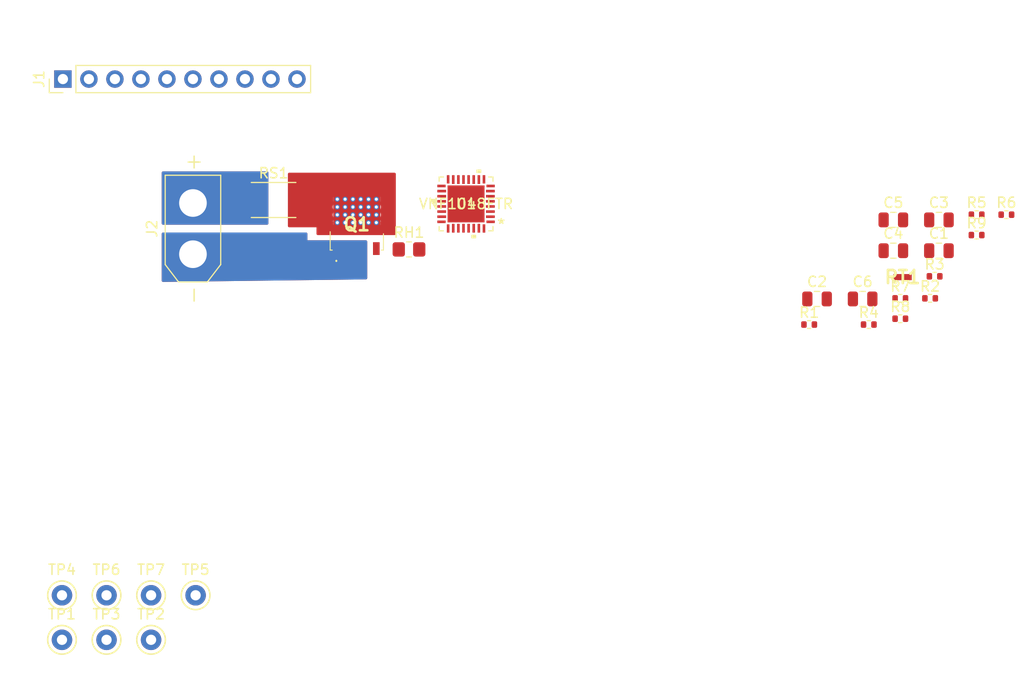
<source format=kicad_pcb>
(kicad_pcb (version 20211014) (generator pcbnew)
  (layers (0 "F.Cu" signal) (31 "B.Cu" signal) (34 "B.Paste" user) (35 "F.Paste" user) (36 "B.SilkS" user "B.Silkscreen") (37 "F.SilkS" user "F.Silkscreen") (38 "B.Mask" user) (39 "F.Mask" user) (44 "Edge.Cuts" user))
  (net 0 "")
  (net 1 "+3.3V")
  (net 2 "Net-(C1-Pad2)")
  (net 3 "+12V")
  (net 4 "Net-(C2-Pad2)")
  (net 5 "Net-(C3-Pad1)")
  (net 6 "Net-(C3-Pad2)")
  (net 7 "Net-(C4-Pad1)")
  (net 8 "Net-(C4-Pad2)")
  (net 9 "GND")
  (net 10 "/VNF1048FTR/MOS_GATE")
  (net 11 "/VNF1048FTR/MOS_IN")
  (net 12 "Net-(R1-Pad1)")
  (net 13 "/VNF1048FTR/DIAG")
  (net 14 "/VNF1048FTR/CSN")
  (net 15 "/VNF1048FTR/SDI")
  (net 16 "/VNF1048FTR/SDO")
  (net 17 "/VNF1048FTR/SCK")
  (net 18 "Net-(R7-Pad1)")
  (net 19 "/VNF1048FTR/HWLO")
  (net 20 "Net-(R8-Pad1)")
  (net 21 "Net-(R8-Pad2)")
  (net 35 "MOS_OUTPUT12V")
  (net 36 "Net-(R9-Pad2)")
  (footprint "TestPoint:TestPoint_Keystone_5000-5004_Miniature" (layer "F.Cu") (at 79.7626 71.2404)
    (fp_text reference "TP5" (at 0 -2.5) (layer "F.SilkS"))
    (fp_text value "TestPoint_Small")
    (fp_circle (center 0 0) (end 1.4 0) (layer "F.SilkS") (width 0.15) (fill none))
    (pad "1" thru_hole circle (at 0 0) (size 2 2) (drill 1) (layers *.Cu *.Mask) (net 15 "/VNF1048FTR/SDI"))
  )
  (footprint "PDM_Additional:QFN32L_5x5_STM" (layer "F.Cu") (at 106.172 33.02 180)
    (fp_text reference "U1" (at 0 0) (layer "F.SilkS"))
    (fp_text value "VNF1048FTR" (at 0 0) (layer "F.SilkS"))
    (fp_text user "*" (at -3.4417 -2) (layer "F.SilkS"))
    (fp_text user "*" (at -3.4417 -2) (layer "F.SilkS"))
    (fp_line (start -2.6289 2.209739) (end -2.6289 2.6289) (layer "F.SilkS") (width 0.12))
    (fp_line (start 2.6289 2.6289) (end 2.6289 2.209739) (layer "F.SilkS") (width 0.12))
    (fp_line (start 2.209739 2.6289) (end 2.6289 2.6289) (layer "F.SilkS") (width 0.12))
    (fp_line (start 2.6289 -2.6289) (end 2.209739 -2.6289) (layer "F.SilkS") (width 0.12))
    (fp_line (start -2.6289 -2.6289) (end -2.6289 -2.209739) (layer "F.SilkS") (width 0.12))
    (fp_line (start -2.6289 2.6289) (end -2.209739 2.6289) (layer "F.SilkS") (width 0.12))
    (fp_line (start 2.6289 -2.209739) (end 2.6289 -2.6289) (layer "F.SilkS") (width 0.12))
    (fp_line (start -2.209739 -2.6289) (end -2.6289 -2.6289) (layer "F.SilkS") (width 0.12))
    (fp_poly (pts (xy -0.940501 -3.0607) (xy -0.940501 -3.3147) (xy -0.559501 -3.3147) (xy -0.559501 -3.0607)) (layer "F.SilkS") (width 0.1) (fill solid))
    (fp_poly (pts (xy 3.3147 0.059499) (xy 3.3147 0.4405) (xy 3.0607 0.4405) (xy 3.0607 0.059499)) (layer "F.SilkS") (width 0.1) (fill solid))
    (fp_poly (pts (xy -1.4405 3.0607) (xy -1.4405 3.3147) (xy -1.0595 3.3147) (xy -1.0595 3.0607)) (layer "F.SilkS") (width 0.1) (fill solid))
    (pad "1" smd rect (at -2.4003 -1.749999 270) (size 0.254 0.8128) (layers "F.Cu" "F.Paste" "F.Mask") (net 1 "+3.3V"))
    (pad "2" smd rect (at -2.3749 -1.25 270) (size 0.254 0.8636) (layers "F.Cu" "F.Paste" "F.Mask") (net 14 "/VNF1048FTR/CSN"))
    (pad "3" smd rect (at -2.3749 -0.750001 270) (size 0.254 0.8636) (layers "F.Cu" "F.Paste" "F.Mask") (net 15 "/VNF1048FTR/SDI"))
    (pad "4" smd rect (at -2.3749 -0.25 270) (size 0.254 0.8636) (layers "F.Cu" "F.Paste" "F.Mask") (net 16 "/VNF1048FTR/SDO"))
    (pad "5" smd rect (at -2.3749 0.25 270) (size 0.254 0.8636) (layers "F.Cu" "F.Paste" "F.Mask") (net 17 "/VNF1048FTR/SCK"))
    (pad "6" smd rect (at -2.3749 0.750001 270) (size 0.254 0.8636) (layers "F.Cu" "F.Paste" "F.Mask") (net 12 "Net-(R1-Pad1)"))
    (pad "7" smd rect (at -2.3749 1.25 270) (size 0.254 0.8636) (layers "F.Cu" "F.Paste" "F.Mask") (net 9 "GND"))
    (pad "8" smd rect (at -2.4003 1.749999 270) (size 0.254 0.8128) (layers "F.Cu" "F.Paste" "F.Mask") (net 9 "GND"))
    (pad "9" smd rect (at -1.749999 2.4003 180) (size 0.254 0.8128) (layers "F.Cu" "F.Paste" "F.Mask"))
    (pad "10" smd rect (at -1.25 2.3749 180) (size 0.254 0.8636) (layers "F.Cu" "F.Paste" "F.Mask") (net 18 "Net-(R7-Pad1)"))
    (pad "11" smd rect (at -0.750001 2.3749 180) (size 0.254 0.8636) (layers "F.Cu" "F.Paste" "F.Mask"))
    (pad "12" smd rect (at -0.25 2.3749 180) (size 0.254 0.8636) (layers "F.Cu" "F.Paste" "F.Mask") (net 2 "Net-(C1-Pad2)"))
    (pad "13" smd rect (at 0.25 2.3749 180) (size 0.254 0.8636) (layers "F.Cu" "F.Paste" "F.Mask") (net 9 "GND"))
    (pad "14" smd rect (at 0.750001 2.3749 180) (size 0.254 0.8636) (layers "F.Cu" "F.Paste" "F.Mask"))
    (pad "15" smd rect (at 1.25 2.3749 180) (size 0.254 0.8636) (layers "F.Cu" "F.Paste" "F.Mask"))
    (pad "16" smd rect (at 1.749999 2.4003 180) (size 0.254 0.8128) (layers "F.Cu" "F.Paste" "F.Mask"))
    (pad "17" smd rect (at 2.4003 1.749999 270) (size 0.254 0.8128) (layers "F.Cu" "F.Paste" "F.Mask"))
    (pad "18" smd rect (at 2.3749 1.25 270) (size 0.254 0.8636) (layers "F.Cu" "F.Paste" "F.Mask") (net 21 "Net-(R8-Pad2)"))
    (pad "19" smd rect (at 2.3749 0.750001 270) (size 0.254 0.8636) (layers "F.Cu" "F.Paste" "F.Mask") (net 20 "Net-(R8-Pad1)"))
    (pad "20" smd rect (at 2.3749 0.25 270) (size 0.254 0.8636) (layers "F.Cu" "F.Paste" "F.Mask") (net 11 "/VNF1048FTR/MOS_IN"))
    (pad "21" smd rect (at 2.3749 -0.25 270) (size 0.254 0.8636) (layers "F.Cu" "F.Paste" "F.Mask") (net 3 "+12V"))
    (pad "22" smd rect (at 2.3749 -0.750001 270) (size 0.254 0.8636) (layers "F.Cu" "F.Paste" "F.Mask"))
    (pad "23" smd rect (at 2.3749 -1.25 270) (size 0.254 0.8636) (layers "F.Cu" "F.Paste" "F.Mask") (net 35 "MOS_OUTPUT12V"))
    (pad "24" smd rect (at 2.4003 -1.749999 270) (size 0.254 0.8128) (layers "F.Cu" "F.Paste" "F.Mask") (net 36 "Net-(R9-Pad2)"))
    (pad "25" smd rect (at 1.749999 -2.4003 180) (size 0.254 0.8128) (layers "F.Cu" "F.Paste" "F.Mask") (net 3 "+12V"))
    (pad "26" smd rect (at 1.25 -2.3749 180) (size 0.254 0.8636) (layers "F.Cu" "F.Paste" "F.Mask"))
    (pad "27" smd rect (at 0.750001 -2.3749 180) (size 0.254 0.8636) (layers "F.Cu" "F.Paste" "F.Mask") (net 4 "Net-(C2-Pad2)"))
    (pad "28" smd rect (at 0.25 -2.3749 180) (size 0.254 0.8636) (layers "F.Cu" "F.Paste" "F.Mask") (net 8 "Net-(C4-Pad2)"))
    (pad "29" smd rect (at -0.25 -2.3749 180) (size 0.254 0.8636) (layers "F.Cu" "F.Paste" "F.Mask") (net 7 "Net-(C4-Pad1)"))
    (pad "30" smd rect (at -0.750001 -2.3749 180) (size 0.254 0.8636) (layers "F.Cu" "F.Paste" "F.Mask") (net 6 "Net-(C3-Pad2)"))
    (pad "31" smd rect (at -1.25 -2.3749 180) (size 0.254 0.8636) (layers "F.Cu" "F.Paste" "F.Mask") (net 5 "Net-(C3-Pad1)"))
    (pad "32" smd rect (at -1.749999 -2.4003 180) (size 0.254 0.8128) (layers "F.Cu" "F.Paste" "F.Mask"))
    (pad "33" smd rect (at 0 0 180) (size 3.6068 3.6068) (layers "F.Cu" "F.Mask"))
  )
  (footprint "TestPoint:TestPoint_Keystone_5000-5004_Miniature" (layer "F.Cu") (at 71.0626 75.5904)
    (fp_text reference "TP3" (at 0 -2.5) (layer "F.SilkS"))
    (fp_text value "TestPoint_Small")
    (fp_circle (center 0 0) (end 1.4 0) (layer "F.SilkS") (width 0.15) (fill none))
    (pad "1" thru_hole circle (at 0 0) (size 2 2) (drill 1) (layers *.Cu *.Mask) (net 17 "/VNF1048FTR/SCK"))
  )
  (footprint "Capacitor_SMD:C_0805_2012Metric" (layer "F.Cu") (at 144.8992 42.302)
    (fp_text reference "C6" (at 0 -1.68) (layer "F.SilkS"))
    (fp_text value "100nF")
    (fp_line (start -0.261252 0.735) (end 0.261252 0.735) (layer "F.SilkS") (width 0.12))
    (fp_line (start -0.261252 -0.735) (end 0.261252 -0.735) (layer "F.SilkS") (width 0.12))
    (pad "1" smd roundrect (at -0.95 0) (size 1 1.45) (layers "F.Cu" "F.Paste" "F.Mask") (net 3 "+12V"))
    (pad "2" smd roundrect (at 0.95 0) (size 1 1.45) (layers "F.Cu" "F.Paste" "F.Mask") (net 9 "GND"))
  )
  (footprint "TestPoint:TestPoint_Keystone_5000-5004_Miniature" (layer "F.Cu") (at 66.7126 75.5904)
    (fp_text reference "TP1" (at 0 -2.5) (layer "F.SilkS"))
    (fp_text value "TestPoint_Small")
    (fp_circle (center 0 0) (end 1.4 0) (layer "F.SilkS") (width 0.15) (fill none))
    (pad "1" thru_hole circle (at 0 0) (size 2 2) (drill 1) (layers *.Cu *.Mask))
  )
  (footprint "PDM_Additional:STL135N8F7AG" (layer "F.Cu") (at 95.504 34.534)
    (fp_text reference "Q1" (at 0 0.487) (layer "F.SilkS") (effects (font (size 1.27 1.27) (thickness 0.254))))
    (fp_text value "STL135N8F7AG" hide)
    (fp_line (start 2.6 1.4) (end 2.6 3) (layer "F.SilkS") (width 0.1))
    (fp_line (start -2 4.1) (end -2 4.1) (layer "F.SilkS") (width 0.1))
    (fp_line (start -2.6 3) (end -2.4 3) (layer "F.SilkS") (width 0.1))
    (fp_line (start 2.6 3) (end 2.4 3) (layer "F.SilkS") (width 0.1))
    (fp_line (start -2.6 1.2) (end -2.6 3) (layer "F.SilkS") (width 0.1))
    (fp_line (start -2 4) (end -2 4) (layer "F.SilkS") (width 0.1))
    (fp_arc (start -2 4) (mid -1.95 4.05) (end -2 4.1) (layer "F.SilkS") (width 0.1))
    (fp_arc (start -2 4.1) (mid -2.05 4.05) (end -2 4) (layer "F.SilkS") (width 0.1))
    (pad "1" smd rect (at -1.905 2.85) (size 0.65 1.25) (layers "F.Cu" "F.Paste" "F.Mask") (net 35 "MOS_OUTPUT12V"))
    (pad "2" smd rect (at -0.635 2.85) (size 0.65 1.25) (layers "F.Cu" "F.Paste" "F.Mask") (net 35 "MOS_OUTPUT12V"))
    (pad "3" smd rect (at 0.635 2.85) (size 0.65 1.25) (layers "F.Cu" "F.Paste" "F.Mask") (net 35 "MOS_OUTPUT12V"))
    (pad "4" smd rect (at 1.905 2.85) (size 0.65 1.25) (layers "F.Cu" "F.Paste" "F.Mask") (net 10 "/VNF1048FTR/MOS_GATE"))
    (pad "5" smd rect (at 1.905 -2.85 90) (size 0.55 0.725) (layers "F.Cu" "F.Paste" "F.Mask") (net 11 "/VNF1048FTR/MOS_IN"))
    (pad "6" smd rect (at 0.635 -2.85 90) (size 0.55 0.725) (layers "F.Cu" "F.Paste" "F.Mask") (net 11 "/VNF1048FTR/MOS_IN"))
    (pad "7" smd rect (at -0.635 -2.85 90) (size 0.55 0.725) (layers "F.Cu" "F.Paste" "F.Mask") (net 11 "/VNF1048FTR/MOS_IN"))
    (pad "8" smd rect (at -1.905 -2.85 90) (size 0.55 0.725) (layers "F.Cu" "F.Paste" "F.Mask") (net 11 "/VNF1048FTR/MOS_IN"))
    (pad "9" smd rect (at 0 -0.625 90) (size 3.9 4.6) (layers "F.Cu" "F.Paste" "F.Mask") (net 11 "/VNF1048FTR/MOS_IN"))
    (pad "10" smd rect (at 2.5 -1.85) (size 0.4 0.8) (layers "F.Cu" "F.Paste" "F.Mask") (net 11 "/VNF1048FTR/MOS_IN"))
    (pad "11" smd rect (at 2.5 0.6) (size 0.4 0.8) (layers "F.Cu" "F.Paste" "F.Mask") (net 11 "/VNF1048FTR/MOS_IN"))
    (pad "12" smd rect (at -2.5 -1.85) (size 0.4 0.8) (layers "F.Cu" "F.Paste" "F.Mask") (net 11 "/VNF1048FTR/MOS_IN"))
    (pad "13" smd rect (at -2.5 0.6) (size 0.4 0.8) (layers "F.Cu" "F.Paste" "F.Mask") (net 11 "/VNF1048FTR/MOS_IN"))
  )
  (footprint "Resistor_SMD:R_0402_1005Metric" (layer "F.Cu") (at 148.5792 44.232)
    (fp_text reference "R8" (at 0 -1.17) (layer "F.SilkS"))
    (fp_text value "10k")
    (fp_line (start -0.153641 -0.38) (end 0.153641 -0.38) (layer "F.SilkS") (width 0.12))
    (fp_line (start -0.153641 0.38) (end 0.153641 0.38) (layer "F.SilkS") (width 0.12))
    (pad "1" smd roundrect (at -0.51 0) (size 0.54 0.64) (layers "F.Cu" "F.Paste" "F.Mask") (net 20 "Net-(R8-Pad1)"))
    (pad "2" smd roundrect (at 0.51 0) (size 0.54 0.64) (layers "F.Cu" "F.Paste" "F.Mask") (net 21 "Net-(R8-Pad2)"))
  )
  (footprint "TestPoint:TestPoint_Keystone_5000-5004_Miniature" (layer "F.Cu") (at 75.4126 71.2404)
    (fp_text reference "TP7" (at 0 -2.5) (layer "F.SilkS"))
    (fp_text value "TestPoint_Small")
    (fp_circle (center 0 0) (end 1.4 0) (layer "F.SilkS") (width 0.15) (fill none))
    (pad "1" thru_hole circle (at 0 0) (size 2 2) (drill 1) (layers *.Cu *.Mask) (net 18 "Net-(R7-Pad1)"))
  )
  (footprint "PDM_Additional:THRMC1005X60N" (layer "F.Cu") (at 148.7992 40.172)
    (fp_text reference "RT1" (at 0 0) (layer "F.SilkS") (effects (font (size 1.27 1.27) (thickness 0.254))))
    (fp_text value "B57232V5103F360" hide)
    (fp_line (start 0 -0.15) (end 0 0.15) (layer "F.SilkS") (width 0.2))
    (pad "1" smd rect (at -0.5 0 90) (size 0.6 0.8) (layers "F.Cu" "F.Paste" "F.Mask") (net 20 "Net-(R8-Pad1)"))
    (pad "2" smd rect (at 0.5 0 90) (size 0.6 0.8) (layers "F.Cu" "F.Paste" "F.Mask") (net 11 "/VNF1048FTR/MOS_IN"))
  )
  (footprint "Connector_AMASS:AMASS_XT30U-M_1x02_P5.0mm_Vertical" (layer "F.Cu") (at 79.502 37.933 90)
    (fp_text reference "J2" (at 2.5 -4 90) (layer "F.SilkS"))
    (fp_text value "Conn_01x02_Female")
    (fp_text user "+" (at 9 0 90) (layer "F.SilkS") (effects (font (size 1.5 1.5))))
    (fp_text user "-" (at -4 0 90) (layer "F.SilkS") (effects (font (size 1.5 1.5))))
    (fp_line (start -2.71 1.41) (end -1.01 2.71) (layer "F.SilkS") (width 0.12))
    (fp_line (start 7.71 -2.71) (end 7.71 2.71) (layer "F.SilkS") (width 0.12))
    (fp_line (start -1.01 2.71) (end 7.71 2.71) (layer "F.SilkS") (width 0.12))
    (fp_line (start -2.71 -1.41) (end -1.01 -2.71) (layer "F.SilkS") (width 0.12))
    (fp_line (start -2.71 -1.41) (end -2.71 1.41) (layer "F.SilkS") (width 0.12))
    (fp_line (start -1.01 -2.71) (end 7.71 -2.71) (layer "F.SilkS") (width 0.12))
    (pad "1" thru_hole rect (at 0 0 90) (size 3.8 3.8) (drill 2.7) (layers *.Cu *.Mask) (net 35 "MOS_OUTPUT12V"))
    (pad "2" thru_hole circle (at 5 0 90) (size 3.8 3.8) (drill 2.7) (layers *.Cu *.Mask) (net 3 "+12V"))
  )
  (footprint "TestPoint:TestPoint_Keystone_5000-5004_Miniature" (layer "F.Cu") (at 75.4126 75.5904)
    (fp_text reference "TP2" (at 0 -2.5) (layer "F.SilkS"))
    (fp_text value "TestPoint_Small")
    (fp_circle (center 0 0) (end 1.4 0) (layer "F.SilkS") (width 0.15) (fill none))
    (pad "1" thru_hole circle (at 0 0) (size 2 2) (drill 1) (layers *.Cu *.Mask) (net 16 "/VNF1048FTR/SDO"))
  )
  (footprint "Capacitor_SMD:C_0805_2012Metric" (layer "F.Cu") (at 147.8992 37.592)
    (fp_text reference "C4" (at 0 -1.68) (layer "F.SilkS"))
    (fp_text value "470nF")
    (fp_line (start -0.261252 -0.735) (end 0.261252 -0.735) (layer "F.SilkS") (width 0.12))
    (fp_line (start -0.261252 0.735) (end 0.261252 0.735) (layer "F.SilkS") (width 0.12))
    (pad "1" smd roundrect (at -0.95 0) (size 1 1.45) (layers "F.Cu" "F.Paste" "F.Mask") (net 7 "Net-(C4-Pad1)"))
    (pad "2" smd roundrect (at 0.95 0) (size 1 1.45) (layers "F.Cu" "F.Paste" "F.Mask") (net 8 "Net-(C4-Pad2)"))
  )
  (footprint "Resistor_SMD:R_0805_2012Metric_Pad1.20x1.40mm_HandSolder" (layer "F.Cu") (at 100.6 37.465)
    (fp_text reference "RH1" (at 0 -1.65) (layer "F.SilkS"))
    (fp_text value "0")
    (fp_line (start -0.227064 0.735) (end 0.227064 0.735) (layer "F.SilkS") (width 0.12))
    (fp_line (start -0.227064 -0.735) (end 0.227064 -0.735) (layer "F.SilkS") (width 0.12))
    (pad "1" smd roundrect (at -1 0) (size 1.2 1.4) (layers "F.Cu" "F.Paste" "F.Mask") (roundrect_rratio 0.208333) (net 10 "/VNF1048FTR/MOS_GATE"))
    (pad "2" smd roundrect (at 1 0) (size 1.2 1.4) (layers "F.Cu" "F.Paste" "F.Mask") (roundrect_rratio 0.208333) (net 36 "Net-(R9-Pad2)"))
  )
  (footprint "Capacitor_SMD:C_0805_2012Metric" (layer "F.Cu") (at 140.4492 42.302)
    (fp_text reference "C2" (at 0 -1.68) (layer "F.SilkS"))
    (fp_text value "470nF")
    (fp_line (start -0.261252 0.735) (end 0.261252 0.735) (layer "F.SilkS") (width 0.12))
    (fp_line (start -0.261252 -0.735) (end 0.261252 -0.735) (layer "F.SilkS") (width 0.12))
    (pad "1" smd roundrect (at -0.95 0) (size 1 1.45) (layers "F.Cu" "F.Paste" "F.Mask") (net 3 "+12V"))
    (pad "2" smd roundrect (at 0.95 0) (size 1 1.45) (layers "F.Cu" "F.Paste" "F.Mask") (net 4 "Net-(C2-Pad2)"))
  )
  (footprint "Connector_PinHeader_2.54mm:PinHeader_1x10_P2.54mm_Vertical" (layer "F.Cu") (at 66.802 20.828 90)
    (fp_text reference "J1" (at 0 -2.33 90) (layer "F.SilkS"))
    (fp_text value "Conn_01x10_Female")
    (fp_line (start 1.33 1.27) (end 1.33 24.19) (layer "F.SilkS") (width 0.12))
    (fp_line (start -1.33 0) (end -1.33 -1.33) (layer "F.SilkS") (width 0.12))
    (fp_line (start -1.33 1.27) (end -1.33 24.19) (layer "F.SilkS") (width 0.12))
    (fp_line (start -1.33 -1.33) (end 0 -1.33) (layer "F.SilkS") (width 0.12))
    (fp_line (start -1.33 1.27) (end 1.33 1.27) (layer "F.SilkS") (width 0.12))
    (fp_line (start -1.33 24.19) (end 1.33 24.19) (layer "F.SilkS") (width 0.12))
    (pad "1" thru_hole rect (at 0 0 90) (size 1.7 1.7) (drill 1) (layers *.Cu *.Mask) (net 13 "/VNF1048FTR/DIAG"))
    (pad "2" thru_hole oval (at 0 2.54 90) (size 1.7 1.7) (drill 1) (layers *.Cu *.Mask) (net 19 "/VNF1048FTR/HWLO"))
    (pad "3" thru_hole oval (at 0 5.08 90) (size 1.7 1.7) (drill 1) (layers *.Cu *.Mask) (net 16 "/VNF1048FTR/SDO"))
    (pad "4" thru_hole oval (at 0 7.62 90) (size 1.7 1.7) (drill 1) (layers *.Cu *.Mask) (net 15 "/VNF1048FTR/SDI"))
    (pad "5" thru_hole oval (at 0 10.16 90) (size 1.7 1.7) (drill 1) (layers *.Cu *.Mask) (net 17 "/VNF1048FTR/SCK"))
    (pad "6" thru_hole oval (at 0 12.7 90) (size 1.7 1.7) (drill 1) (layers *.Cu *.Mask) (net 14 "/VNF1048FTR/CSN"))
    (pad "7" thru_hole oval (at 0 15.24 90) (size 1.7 1.7) (drill 1) (layers *.Cu *.Mask))
    (pad "8" thru_hole oval (at 0 17.78 90) (size 1.7 1.7) (drill 1) (layers *.Cu *.Mask))
    (pad "9" thru_hole oval (at 0 20.32 90) (size 1.7 1.7) (drill 1) (layers *.Cu *.Mask) (net 9 "GND"))
    (pad "10" thru_hole oval (at 0 22.86 90) (size 1.7 1.7) (drill 1) (layers *.Cu *.Mask) (net 1 "+3.3V"))
  )
  (footprint "Resistor_SMD:R_0402_1005Metric" (layer "F.Cu") (at 151.9292 40.092)
    (fp_text reference "R3" (at 0 -1.17) (layer "F.SilkS"))
    (fp_text value "1.2k")
    (fp_line (start -0.153641 -0.38) (end 0.153641 -0.38) (layer "F.SilkS") (width 0.12))
    (fp_line (start -0.153641 0.38) (end 0.153641 0.38) (layer "F.SilkS") (width 0.12))
    (pad "1" smd roundrect (at -0.51 0) (size 0.54 0.64) (layers "F.Cu" "F.Paste" "F.Mask") (net 14 "/VNF1048FTR/CSN"))
    (pad "2" smd roundrect (at 0.51 0) (size 0.54 0.64) (layers "F.Cu" "F.Paste" "F.Mask") (net 14 "/VNF1048FTR/CSN"))
  )
  (footprint "Resistor_SMD:R_2512_6332Metric" (layer "F.Cu") (at 87.376 32.639)
    (fp_text reference "RS1" (at 0 -2.62) (layer "F.SilkS"))
    (fp_text value "1m")
    (fp_line (start -2.177064 -1.71) (end 2.177064 -1.71) (layer "F.SilkS") (width 0.12))
    (fp_line (start -2.177064 1.71) (end 2.177064 1.71) (layer "F.SilkS") (width 0.12))
    (pad "1" smd roundrect (at -2.9625 0) (size 1.225 3.35) (layers "F.Cu" "F.Paste" "F.Mask") (roundrect_rratio 0.204082) (net 3 "+12V"))
    (pad "2" smd roundrect (at 2.9625 0) (size 1.225 3.35) (layers "F.Cu" "F.Paste" "F.Mask") (roundrect_rratio 0.204082) (net 11 "/VNF1048FTR/MOS_IN"))
  )
  (footprint "Resistor_SMD:R_0402_1005Metric" (layer "F.Cu") (at 145.4992 44.802)
    (fp_text reference "R4" (at 0 -1.17) (layer "F.SilkS"))
    (fp_text value "1.2k")
    (fp_line (start -0.153641 0.38) (end 0.153641 0.38) (layer "F.SilkS") (width 0.12))
    (fp_line (start -0.153641 -0.38) (end 0.153641 -0.38) (layer "F.SilkS") (width 0.12))
    (pad "1" smd roundrect (at -0.51 0) (size 0.54 0.64) (layers "F.Cu" "F.Paste" "F.Mask") (net 15 "/VNF1048FTR/SDI"))
    (pad "2" smd roundrect (at 0.51 0) (size 0.54 0.64) (layers "F.Cu" "F.Paste" "F.Mask") (net 15 "/VNF1048FTR/SDI"))
  )
  (footprint "Capacitor_SMD:C_0805_2012Metric" (layer "F.Cu") (at 152.3492 34.582)
    (fp_text reference "C3" (at 0 -1.68) (layer "F.SilkS"))
    (fp_text value "470nF")
    (fp_line (start -0.261252 0.735) (end 0.261252 0.735) (layer "F.SilkS") (width 0.12))
    (fp_line (start -0.261252 -0.735) (end 0.261252 -0.735) (layer "F.SilkS") (width 0.12))
    (pad "1" smd roundrect (at -0.95 0) (size 1 1.45) (layers "F.Cu" "F.Paste" "F.Mask") (net 5 "Net-(C3-Pad1)"))
    (pad "2" smd roundrect (at 0.95 0) (size 1 1.45) (layers "F.Cu" "F.Paste" "F.Mask") (net 6 "Net-(C3-Pad2)"))
  )
  (footprint "Resistor_SMD:R_0402_1005Metric" (layer "F.Cu") (at 156.0292 34.072)
    (fp_text reference "R5" (at 0 -1.17) (layer "F.SilkS"))
    (fp_text value "1.2k")
    (fp_line (start -0.153641 -0.38) (end 0.153641 -0.38) (layer "F.SilkS") (width 0.12))
    (fp_line (start -0.153641 0.38) (end 0.153641 0.38) (layer "F.SilkS") (width 0.12))
    (pad "1" smd roundrect (at -0.51 0) (size 0.54 0.64) (layers "F.Cu" "F.Paste" "F.Mask") (net 16 "/VNF1048FTR/SDO"))
    (pad "2" smd roundrect (at 0.51 0) (size 0.54 0.64) (layers "F.Cu" "F.Paste" "F.Mask") (net 16 "/VNF1048FTR/SDO"))
  )
  (footprint "Resistor_SMD:R_0402_1005Metric" (layer "F.Cu") (at 158.9392 34.072)
    (fp_text reference "R6" (at 0 -1.17) (layer "F.SilkS"))
    (fp_text value "1.2k")
    (fp_line (start -0.153641 -0.38) (end 0.153641 -0.38) (layer "F.SilkS") (width 0.12))
    (fp_line (start -0.153641 0.38) (end 0.153641 0.38) (layer "F.SilkS") (width 0.12))
    (pad "1" smd roundrect (at -0.51 0) (size 0.54 0.64) (layers "F.Cu" "F.Paste" "F.Mask") (net 17 "/VNF1048FTR/SCK"))
    (pad "2" smd roundrect (at 0.51 0) (size 0.54 0.64) (layers "F.Cu" "F.Paste" "F.Mask") (net 17 "/VNF1048FTR/SCK"))
  )
  (footprint "Resistor_SMD:R_0402_1005Metric" (layer "F.Cu") (at 139.6792 44.802)
    (fp_text reference "R1" (at 0 -1.17) (layer "F.SilkS"))
    (fp_text value "1.2k")
    (fp_line (start -0.153641 0.38) (end 0.153641 0.38) (layer "F.SilkS") (width 0.12))
    (fp_line (start -0.153641 -0.38) (end 0.153641 -0.38) (layer "F.SilkS") (width 0.12))
    (pad "1" smd roundrect (at -0.51 0) (size 0.54 0.64) (layers "F.Cu" "F.Paste" "F.Mask") (net 12 "Net-(R1-Pad1)"))
    (pad "2" smd roundrect (at 0.51 0) (size 0.54 0.64) (layers "F.Cu" "F.Paste" "F.Mask") (net 13 "/VNF1048FTR/DIAG"))
  )
  (footprint "TestPoint:TestPoint_Keystone_5000-5004_Miniature" (layer "F.Cu") (at 66.7126 71.2404)
    (fp_text reference "TP4" (at 0 -2.5) (layer "F.SilkS"))
    (fp_text value "TestPoint_Small")
    (fp_circle (center 0 0) (end 1.4 0) (layer "F.SilkS") (width 0.15) (fill none))
    (pad "1" thru_hole circle (at 0 0) (size 2 2) (drill 1) (layers *.Cu *.Mask) (net 14 "/VNF1048FTR/CSN"))
  )
  (footprint "Capacitor_SMD:C_0805_2012Metric" (layer "F.Cu") (at 147.8992 34.582)
    (fp_text reference "C5" (at 0 -1.68) (layer "F.SilkS"))
    (fp_text value "20uF")
    (fp_line (start -0.261252 -0.735) (end 0.261252 -0.735) (layer "F.SilkS") (width 0.12))
    (fp_line (start -0.261252 0.735) (end 0.261252 0.735) (layer "F.SilkS") (width 0.12))
    (pad "1" smd roundrect (at -0.95 0) (size 1 1.45) (layers "F.Cu" "F.Paste" "F.Mask") (net 3 "+12V"))
    (pad "2" smd roundrect (at 0.95 0) (size 1 1.45) (layers "F.Cu" "F.Paste" "F.Mask") (net 9 "GND"))
  )
  (footprint "TestPoint:TestPoint_Keystone_5000-5004_Miniature" (layer "F.Cu") (at 71.0626 71.2404)
    (fp_text reference "TP6" (at 0 -2.5) (layer "F.SilkS"))
    (fp_text value "TestPoint_Small")
    (fp_circle (center 0 0) (end 1.4 0) (layer "F.SilkS") (width 0.15) (fill none))
    (pad "1" thru_hole circle (at 0 0) (size 2 2) (drill 1) (layers *.Cu *.Mask) (net 12 "Net-(R1-Pad1)"))
  )
  (footprint "Resistor_SMD:R_0402_1005Metric" (layer "F.Cu") (at 156.0292 36.062)
    (fp_text reference "R9" (at 0 -1.17) (layer "F.SilkS"))
    (fp_text value "47k")
    (fp_line (start -0.153641 -0.38) (end 0.153641 -0.38) (layer "F.SilkS") (width 0.12))
    (fp_line (start -0.153641 0.38) (end 0.153641 0.38) (layer "F.SilkS") (width 0.12))
    (pad "1" smd roundrect (at -0.51 0) (size 0.54 0.64) (layers "F.Cu" "F.Paste" "F.Mask") (net 35 "MOS_OUTPUT12V"))
    (pad "2" smd roundrect (at 0.51 0) (size 0.54 0.64) (layers "F.Cu" "F.Paste" "F.Mask") (net 36 "Net-(R9-Pad2)"))
  )
  (footprint "Resistor_SMD:R_0402_1005Metric" (layer "F.Cu") (at 148.5792 42.242)
    (fp_text reference "R7" (at 0 -1.17) (layer "F.SilkS"))
    (fp_text value "1.2k")
    (fp_line (start -0.153641 -0.38) (end 0.153641 -0.38) (layer "F.SilkS") (width 0.12))
    (fp_line (start -0.153641 0.38) (end 0.153641 0.38) (layer "F.SilkS") (width 0.12))
    (pad "1" smd roundrect (at -0.51 0) (size 0.54 0.64) (layers "F.Cu" "F.Paste" "F.Mask") (net 18 "Net-(R7-Pad1)"))
    (pad "2" smd roundrect (at 0.51 0) (size 0.54 0.64) (layers "F.Cu" "F.Paste" "F.Mask") (net 19 "/VNF1048FTR/HWLO"))
  )
  (footprint "Resistor_SMD:R_0402_1005Metric" (layer "F.Cu") (at 151.4892 42.242)
    (fp_text reference "R2" (at 0 -1.17) (layer "F.SilkS"))
    (fp_text value "4.7k")
    (fp_line (start -0.153641 0.38) (end 0.153641 0.38) (layer "F.SilkS") (width 0.12))
    (fp_line (start -0.153641 -0.38) (end 0.153641 -0.38) (layer "F.SilkS") (width 0.12))
    (pad "1" smd roundrect (at -0.51 0) (size 0.54 0.64) (layers "F.Cu" "F.Paste" "F.Mask") (net 12 "Net-(R1-Pad1)"))
    (pad "2" smd roundrect (at 0.51 0) (size 0.54 0.64) (layers "F.Cu" "F.Paste" "F.Mask") (net 1 "+3.3V"))
  )
  (footprint "Capacitor_SMD:C_0805_2012Metric" (layer "F.Cu") (at 152.3492 37.592)
    (fp_text reference "C1" (at 0 -1.68) (layer "F.SilkS"))
    (fp_text value "1uF")
    (fp_line (start -0.261252 0.735) (end 0.261252 0.735) (layer "F.SilkS") (width 0.12))
    (fp_line (start -0.261252 -0.735) (end 0.261252 -0.735) (layer "F.SilkS") (width 0.12))
    (pad "1" smd roundrect (at -0.95 0) (size 1 1.45) (layers "F.Cu" "F.Paste" "F.Mask") (net 9 "GND"))
    (pad "2" smd roundrect (at 0.95 0) (size 1 1.45) (layers "F.Cu" "F.Paste" "F.Mask") (net 2 "Net-(C1-Pad2)"))
  )
  (via (at 95.885 32.5628) (size 0.5) (drill 0.3) (layers "F.Cu" "B.Cu") (net 0))
  (via (at 97.409 33.3248) (size 0.5) (drill 0.3) (layers "F.Cu" "B.Cu") (net 0))
  (via (at 93.599 34.0868) (size 0.5) (drill 0.3) (layers "F.Cu" "B.Cu") (net 0))
  (via (at 95.885 34.8488) (size 0.5) (drill 0.3) (layers "F.Cu" "B.Cu") (net 0))
  (via (at 94.361 34.8488) (size 0.5) (drill 0.3) (layers "F.Cu" "B.Cu") (net 0))
  (via (at 93.599 32.5628) (size 0.5) (drill 0.3) (layers "F.Cu" "B.Cu") (net 0))
  (via (at 96.647 34.0868) (size 0.5) (drill 0.3) (layers "F.Cu" "B.Cu") (net 0))
  (via (at 95.123 33.3248) (size 0.5) (drill 0.3) (layers "F.Cu" "B.Cu") (net 0))
  (via (at 93.599 34.8488) (size 0.5) (drill 0.3) (layers "F.Cu" "B.Cu") (net 0))
  (via (at 95.123 34.8488) (size 0.5) (drill 0.3) (layers "F.Cu" "B.Cu") (net 0))
  (via (at 94.361 34.0868) (size 0.5) (drill 0.3) (layers "F.Cu" "B.Cu") (net 0))
  (via (at 97.409 32.5628) (size 0.5) (drill 0.3) (layers "F.Cu" "B.Cu") (net 0))
  (via (at 95.885 34.0868) (size 0.5) (drill 0.3) (layers "F.Cu" "B.Cu") (net 0))
  (via (at 94.361 33.3248) (size 0.5) (drill 0.3) (layers "F.Cu" "B.Cu") (net 0))
  (via (at 95.123 34.0868) (size 0.5) (drill 0.3) (layers "F.Cu" "B.Cu") (net 0))
  (via (at 94.361 32.5628) (size 0.5) (drill 0.3) (layers "F.Cu" "B.Cu") (net 0))
  (via (at 96.647 33.3248) (size 0.5) (drill 0.3) (layers "F.Cu" "B.Cu") (net 0))
  (via (at 97.409 34.8488) (size 0.5) (drill 0.3) (layers "F.Cu" "B.Cu") (net 0))
  (via (at 96.647 32.5628) (size 0.5) (drill 0.3) (layers "F.Cu" "B.Cu") (net 0))
  (via (at 95.123 32.5628) (size 0.5) (drill 0.3) (layers "F.Cu" "B.Cu") (net 0))
  (via (at 93.599 33.3248) (size 0.5) (drill 0.3) (layers "F.Cu" "B.Cu") (net 0))
  (via (at 96.647 34.8488) (size 0.5) (drill 0.3) (layers "F.Cu" "B.Cu") (net 0))
  (via (at 97.409 34.0868) (size 0.5) (drill 0.3) (layers "F.Cu" "B.Cu") (net 0))
  (via (at 95.885 33.3248) (size 0.5) (drill 0.3) (layers "F.Cu" "B.Cu") (net 0))
  (segment (start 84.1195 32.933) (end 84.4135 32.639) (width 0.6) (layer "F.Cu") (net 3))
  (segment (start 95.484461 35.6242) (end 95.5548 35.553861) (width 0.6) (layer "F.Cu") (net 11))
  (segment (start 93.98 32.6898) (end 94.361 32.6898) (width 0.6) (layer "F.Cu") (net 11))
  (zone (net 11) (net_name "/VNF1048FTR/MOS_IN") (layers F&B.Cu) (connect_pads yes (clearance 0.05)) (min_thickness 0.254) (fill yes (thermal_gap 0.508) (thermal_bridge_width 0.508))
    (polygon (pts (xy 99.314 36.068) (xy 91.567 36.068) (xy 91.567 35.306) (xy 88.773 35.306) (xy 88.773 29.972) (xy 99.314 29.972)))
  )
  (zone (net 3) (net_name "+12V") (layers F&B.Cu) (connect_pads yes (clearance 0.05)) (min_thickness 0.254) (fill yes (thermal_gap 0.508) (thermal_bridge_width 0.508))
    (polygon (pts (xy 86.868 35.052) (xy 76.454 35.052) (xy 76.454 29.845) (xy 86.868 29.845)))
  )
  (zone (net 35) (net_name "MOS_OUTPUT12V") (layers F&B.Cu) (connect_pads yes (clearance 0.05)) (min_thickness 0.254) (fill yes (thermal_gap 0.508) (thermal_bridge_width 0.508))
    (polygon (pts (xy 90.678 36.576) (xy 96.52 36.576) (xy 96.52 40.386) (xy 76.454 40.64) (xy 76.454 35.814) (xy 90.678 35.814)))
  )
)
</source>
